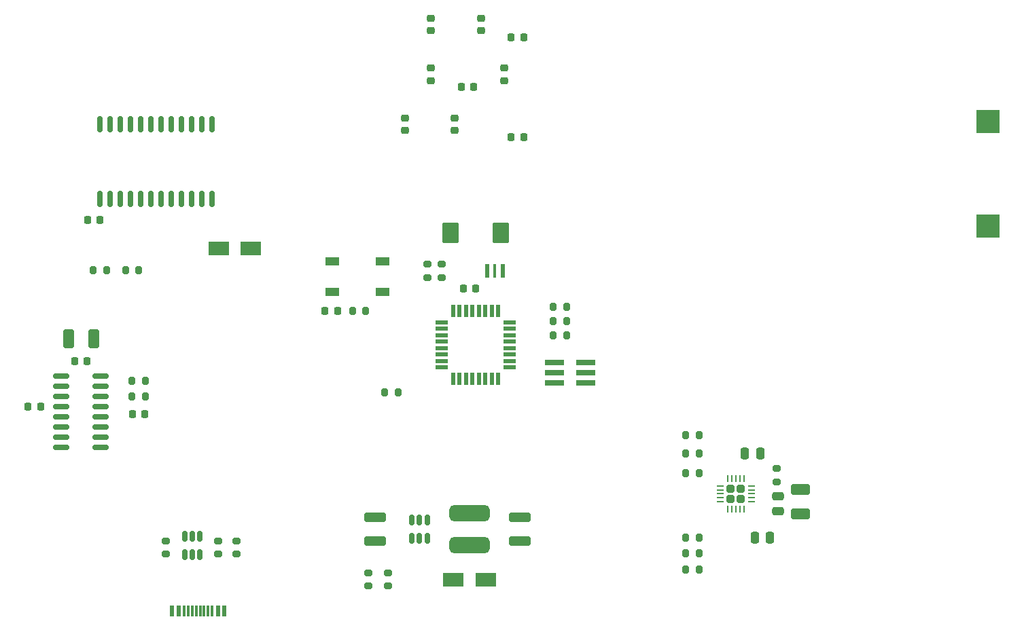
<source format=gbr>
%TF.GenerationSoftware,KiCad,Pcbnew,(6.0.10)*%
%TF.CreationDate,2023-01-10T10:46:10+01:00*%
%TF.ProjectId,BoardGame,426f6172-6447-4616-9d65-2e6b69636164,rev?*%
%TF.SameCoordinates,Original*%
%TF.FileFunction,Paste,Bot*%
%TF.FilePolarity,Positive*%
%FSLAX46Y46*%
G04 Gerber Fmt 4.6, Leading zero omitted, Abs format (unit mm)*
G04 Created by KiCad (PCBNEW (6.0.10)) date 2023-01-10 10:46:10*
%MOMM*%
%LPD*%
G01*
G04 APERTURE LIST*
G04 Aperture macros list*
%AMRoundRect*
0 Rectangle with rounded corners*
0 $1 Rounding radius*
0 $2 $3 $4 $5 $6 $7 $8 $9 X,Y pos of 4 corners*
0 Add a 4 corners polygon primitive as box body*
4,1,4,$2,$3,$4,$5,$6,$7,$8,$9,$2,$3,0*
0 Add four circle primitives for the rounded corners*
1,1,$1+$1,$2,$3*
1,1,$1+$1,$4,$5*
1,1,$1+$1,$6,$7*
1,1,$1+$1,$8,$9*
0 Add four rect primitives between the rounded corners*
20,1,$1+$1,$2,$3,$4,$5,0*
20,1,$1+$1,$4,$5,$6,$7,0*
20,1,$1+$1,$6,$7,$8,$9,0*
20,1,$1+$1,$8,$9,$2,$3,0*%
G04 Aperture macros list end*
%ADD10R,2.500000X1.800000*%
%ADD11RoundRect,0.225000X-0.250000X0.225000X-0.250000X-0.225000X0.250000X-0.225000X0.250000X0.225000X0*%
%ADD12RoundRect,0.200000X0.200000X0.275000X-0.200000X0.275000X-0.200000X-0.275000X0.200000X-0.275000X0*%
%ADD13RoundRect,0.225000X-0.225000X-0.250000X0.225000X-0.250000X0.225000X0.250000X-0.225000X0.250000X0*%
%ADD14RoundRect,0.200000X0.275000X-0.200000X0.275000X0.200000X-0.275000X0.200000X-0.275000X-0.200000X0*%
%ADD15R,3.000000X3.000000*%
%ADD16R,0.550000X1.600000*%
%ADD17R,1.600000X0.550000*%
%ADD18RoundRect,0.200000X-0.275000X0.200000X-0.275000X-0.200000X0.275000X-0.200000X0.275000X0.200000X0*%
%ADD19RoundRect,0.200000X-0.200000X-0.275000X0.200000X-0.275000X0.200000X0.275000X-0.200000X0.275000X0*%
%ADD20RoundRect,0.250000X1.100000X-0.325000X1.100000X0.325000X-1.100000X0.325000X-1.100000X-0.325000X0*%
%ADD21RoundRect,0.225000X0.225000X0.250000X-0.225000X0.250000X-0.225000X-0.250000X0.225000X-0.250000X0*%
%ADD22RoundRect,0.250000X-0.412500X-0.925000X0.412500X-0.925000X0.412500X0.925000X-0.412500X0.925000X0*%
%ADD23RoundRect,0.500000X-2.000000X0.500000X-2.000000X-0.500000X2.000000X-0.500000X2.000000X0.500000X0*%
%ADD24RoundRect,0.250000X-0.250000X-0.475000X0.250000X-0.475000X0.250000X0.475000X-0.250000X0.475000X0*%
%ADD25R,0.600000X1.450000*%
%ADD26R,0.300000X1.450000*%
%ADD27RoundRect,0.225000X0.250000X-0.225000X0.250000X0.225000X-0.250000X0.225000X-0.250000X-0.225000X0*%
%ADD28RoundRect,0.150000X0.150000X-0.512500X0.150000X0.512500X-0.150000X0.512500X-0.150000X-0.512500X0*%
%ADD29RoundRect,0.250000X-0.925000X0.412500X-0.925000X-0.412500X0.925000X-0.412500X0.925000X0.412500X0*%
%ADD30RoundRect,0.150000X0.825000X0.150000X-0.825000X0.150000X-0.825000X-0.150000X0.825000X-0.150000X0*%
%ADD31R,1.700000X1.000000*%
%ADD32RoundRect,0.250000X-0.787500X-1.025000X0.787500X-1.025000X0.787500X1.025000X-0.787500X1.025000X0*%
%ADD33RoundRect,0.250000X-1.100000X0.325000X-1.100000X-0.325000X1.100000X-0.325000X1.100000X0.325000X0*%
%ADD34RoundRect,0.150000X-0.150000X0.875000X-0.150000X-0.875000X0.150000X-0.875000X0.150000X0.875000X0*%
%ADD35R,0.600000X1.700000*%
%ADD36R,0.400000X1.700000*%
%ADD37RoundRect,0.250000X0.255000X-0.255000X0.255000X0.255000X-0.255000X0.255000X-0.255000X-0.255000X0*%
%ADD38RoundRect,0.062500X0.062500X-0.350000X0.062500X0.350000X-0.062500X0.350000X-0.062500X-0.350000X0*%
%ADD39RoundRect,0.062500X0.350000X-0.062500X0.350000X0.062500X-0.350000X0.062500X-0.350000X-0.062500X0*%
%ADD40RoundRect,0.250000X-0.475000X0.250000X-0.475000X-0.250000X0.475000X-0.250000X0.475000X0.250000X0*%
%ADD41R,2.400000X0.740000*%
G04 APERTURE END LIST*
D10*
%TO.C,D501*%
X117000000Y-108750000D03*
X113000000Y-108750000D03*
%TD*%
D11*
%TO.C,C1006*%
X142360000Y-92425000D03*
X142360000Y-93975000D03*
%TD*%
D12*
%TO.C,R303*%
X172825000Y-146750000D03*
X171175000Y-146750000D03*
%TD*%
D13*
%TO.C,C504*%
X126225000Y-116500000D03*
X127775000Y-116500000D03*
%TD*%
D12*
%TO.C,R201*%
X103825000Y-125200000D03*
X102175000Y-125200000D03*
%TD*%
%TO.C,R401*%
X103020000Y-111397500D03*
X101370000Y-111397500D03*
%TD*%
%TO.C,R1006*%
X135325000Y-126700000D03*
X133675000Y-126700000D03*
%TD*%
D14*
%TO.C,R202*%
X106425378Y-146825000D03*
X106425378Y-145175000D03*
%TD*%
D15*
%TO.C,LS501*%
X208800000Y-105900000D03*
X208800000Y-92900000D03*
%TD*%
D16*
%TO.C,U501*%
X142200000Y-116500000D03*
X143000000Y-116500000D03*
X143800000Y-116500000D03*
X144600000Y-116500000D03*
X145400000Y-116500000D03*
X146200000Y-116500000D03*
X147000000Y-116500000D03*
X147800000Y-116500000D03*
D17*
X149250000Y-117950000D03*
X149250000Y-118750000D03*
X149250000Y-119550000D03*
X149250000Y-120350000D03*
X149250000Y-121150000D03*
X149250000Y-121950000D03*
X149250000Y-122750000D03*
X149250000Y-123550000D03*
D16*
X147800000Y-125000000D03*
X147000000Y-125000000D03*
X146200000Y-125000000D03*
X145400000Y-125000000D03*
X144600000Y-125000000D03*
X143800000Y-125000000D03*
X143000000Y-125000000D03*
X142200000Y-125000000D03*
D17*
X140750000Y-123550000D03*
X140750000Y-122750000D03*
X140750000Y-121950000D03*
X140750000Y-121150000D03*
X140750000Y-120350000D03*
X140750000Y-119550000D03*
X140750000Y-118750000D03*
X140750000Y-117950000D03*
%TD*%
D18*
%TO.C,R602*%
X131600000Y-149175000D03*
X131600000Y-150825000D03*
%TD*%
D19*
%TO.C,R1002*%
X154675000Y-119550000D03*
X156325000Y-119550000D03*
%TD*%
D12*
%TO.C,R204*%
X103825000Y-127200000D03*
X102175000Y-127200000D03*
%TD*%
D20*
%TO.C,C602*%
X150500000Y-145225000D03*
X150500000Y-142275000D03*
%TD*%
D12*
%TO.C,R501*%
X131325000Y-116500000D03*
X129675000Y-116500000D03*
%TD*%
D21*
%TO.C,C501*%
X145000000Y-113750000D03*
X143450000Y-113750000D03*
%TD*%
D19*
%TO.C,R1004*%
X154675000Y-116000000D03*
X156325000Y-116000000D03*
%TD*%
D22*
%TO.C,C203*%
X94310000Y-120000000D03*
X97385000Y-120000000D03*
%TD*%
D11*
%TO.C,C1007*%
X136170000Y-92425000D03*
X136170000Y-93975000D03*
%TD*%
D10*
%TO.C,D601*%
X146250000Y-150000000D03*
X142250000Y-150000000D03*
%TD*%
D21*
%TO.C,C401*%
X98210000Y-105147500D03*
X96660000Y-105147500D03*
%TD*%
D23*
%TO.C,L601*%
X144250000Y-141750000D03*
X144250000Y-145750000D03*
%TD*%
D12*
%TO.C,R301*%
X172825000Y-148750000D03*
X171175000Y-148750000D03*
%TD*%
D14*
%TO.C,R1001*%
X139000000Y-112325000D03*
X139000000Y-110675000D03*
%TD*%
D24*
%TO.C,C303*%
X179800000Y-144750000D03*
X181700000Y-144750000D03*
%TD*%
D13*
%TO.C,C1009*%
X143225000Y-88600000D03*
X144775000Y-88600000D03*
%TD*%
%TO.C,C1005*%
X149425000Y-94800000D03*
X150975000Y-94800000D03*
%TD*%
D25*
%TO.C,J201*%
X113675378Y-153955000D03*
X112875378Y-153955000D03*
D26*
X111675378Y-153955000D03*
X110675378Y-153955000D03*
X110175378Y-153955000D03*
X109175378Y-153955000D03*
D25*
X107975378Y-153955000D03*
X107175378Y-153955000D03*
X107175378Y-153955000D03*
X107975378Y-153955000D03*
D26*
X108675378Y-153955000D03*
X109675378Y-153955000D03*
X111175378Y-153955000D03*
X112175378Y-153955000D03*
D25*
X112875378Y-153955000D03*
X113675378Y-153955000D03*
%TD*%
D13*
%TO.C,C201*%
X102225000Y-129400000D03*
X103775000Y-129400000D03*
%TD*%
D14*
%TO.C,FB201*%
X115175378Y-146825000D03*
X115175378Y-145175000D03*
%TD*%
D27*
%TO.C,C1008*%
X139400000Y-87775000D03*
X139400000Y-86225000D03*
%TD*%
D12*
%TO.C,R307*%
X172825000Y-144750000D03*
X171175000Y-144750000D03*
%TD*%
D28*
%TO.C,U601*%
X138950000Y-144887500D03*
X138000000Y-144887500D03*
X137050000Y-144887500D03*
X137050000Y-142612500D03*
X138000000Y-142612500D03*
X138950000Y-142612500D03*
%TD*%
D29*
%TO.C,C301*%
X185500000Y-138758000D03*
X185500000Y-141833000D03*
%TD*%
D30*
%TO.C,U202*%
X98300000Y-124660000D03*
X98300000Y-125930000D03*
X98300000Y-127200000D03*
X98300000Y-128470000D03*
X98300000Y-129740000D03*
X98300000Y-131010000D03*
X98300000Y-132280000D03*
X98300000Y-133550000D03*
X93350000Y-133550000D03*
X93350000Y-132280000D03*
X93350000Y-131010000D03*
X93350000Y-129740000D03*
X93350000Y-128470000D03*
X93350000Y-127200000D03*
X93350000Y-125930000D03*
X93350000Y-124660000D03*
%TD*%
D28*
%TO.C,U201*%
X110625378Y-146887500D03*
X109675378Y-146887500D03*
X108725378Y-146887500D03*
X108725378Y-144612500D03*
X109675378Y-144612500D03*
X110625378Y-144612500D03*
%TD*%
D31*
%TO.C,SW501*%
X133400000Y-110350000D03*
X127100000Y-110350000D03*
X133400000Y-114150000D03*
X127100000Y-114150000D03*
%TD*%
D14*
%TO.C,R601*%
X134100000Y-150825000D03*
X134100000Y-149175000D03*
%TD*%
D13*
%TO.C,C204*%
X89225000Y-128470000D03*
X90775000Y-128470000D03*
%TD*%
D32*
%TO.C,C502*%
X141887500Y-106800000D03*
X148112500Y-106800000D03*
%TD*%
D14*
%TO.C,R310*%
X182500000Y-137825000D03*
X182500000Y-136175000D03*
%TD*%
D12*
%TO.C,R305*%
X172825000Y-134250000D03*
X171175000Y-134250000D03*
%TD*%
%TO.C,R302*%
X172825000Y-132000000D03*
X171175000Y-132000000D03*
%TD*%
D33*
%TO.C,C601*%
X132500000Y-142275000D03*
X132500000Y-145225000D03*
%TD*%
D12*
%TO.C,R308*%
X172825000Y-136750000D03*
X171175000Y-136750000D03*
%TD*%
D27*
%TO.C,C1001*%
X139450000Y-81575000D03*
X139450000Y-80025000D03*
%TD*%
D13*
%TO.C,C1003*%
X149425000Y-82400000D03*
X150975000Y-82400000D03*
%TD*%
%TO.C,C202*%
X95050000Y-122750000D03*
X96600000Y-122750000D03*
%TD*%
D34*
%TO.C,U401*%
X98210000Y-93247500D03*
X99480000Y-93247500D03*
X100750000Y-93247500D03*
X102020000Y-93247500D03*
X103290000Y-93247500D03*
X104560000Y-93247500D03*
X105830000Y-93247500D03*
X107100000Y-93247500D03*
X108370000Y-93247500D03*
X109640000Y-93247500D03*
X110910000Y-93247500D03*
X112180000Y-93247500D03*
X112180000Y-102547500D03*
X110910000Y-102547500D03*
X109640000Y-102547500D03*
X108370000Y-102547500D03*
X107100000Y-102547500D03*
X105830000Y-102547500D03*
X104560000Y-102547500D03*
X103290000Y-102547500D03*
X102020000Y-102547500D03*
X100750000Y-102547500D03*
X99480000Y-102547500D03*
X98210000Y-102547500D03*
%TD*%
D35*
%TO.C,Y501*%
X148350000Y-111500000D03*
D36*
X147400000Y-111500000D03*
D35*
X146450000Y-111500000D03*
%TD*%
D37*
%TO.C,U301*%
X176790000Y-138698000D03*
X176790000Y-139948000D03*
X178040000Y-139948000D03*
X178040000Y-138698000D03*
D38*
X178415000Y-141260500D03*
X177915000Y-141260500D03*
X177415000Y-141260500D03*
X176915000Y-141260500D03*
X176415000Y-141260500D03*
D39*
X175477500Y-140323000D03*
X175477500Y-139823000D03*
X175477500Y-139323000D03*
X175477500Y-138823000D03*
X175477500Y-138323000D03*
D38*
X176415000Y-137385500D03*
X176915000Y-137385500D03*
X177415000Y-137385500D03*
X177915000Y-137385500D03*
X178415000Y-137385500D03*
D39*
X179352500Y-138323000D03*
X179352500Y-138823000D03*
X179352500Y-139323000D03*
X179352500Y-139823000D03*
X179352500Y-140323000D03*
%TD*%
D40*
%TO.C,C302*%
X182650000Y-139600000D03*
X182650000Y-141500000D03*
%TD*%
D19*
%TO.C,R402*%
X97370000Y-111397500D03*
X99020000Y-111397500D03*
%TD*%
D41*
%TO.C,J501*%
X158700000Y-122980000D03*
X154800000Y-122980000D03*
X158700000Y-124250000D03*
X154800000Y-124250000D03*
X158700000Y-125520000D03*
X154800000Y-125520000D03*
%TD*%
D19*
%TO.C,R1003*%
X154675000Y-117750000D03*
X156325000Y-117750000D03*
%TD*%
D27*
%TO.C,C1002*%
X145640000Y-81575000D03*
X145640000Y-80025000D03*
%TD*%
D11*
%TO.C,C1004*%
X148550000Y-86225000D03*
X148550000Y-87775000D03*
%TD*%
D14*
%TO.C,R1005*%
X140750000Y-112325000D03*
X140750000Y-110675000D03*
%TD*%
D24*
%TO.C,C304*%
X178550000Y-134250000D03*
X180450000Y-134250000D03*
%TD*%
D14*
%TO.C,R203*%
X112925378Y-146825000D03*
X112925378Y-145175000D03*
%TD*%
M02*

</source>
